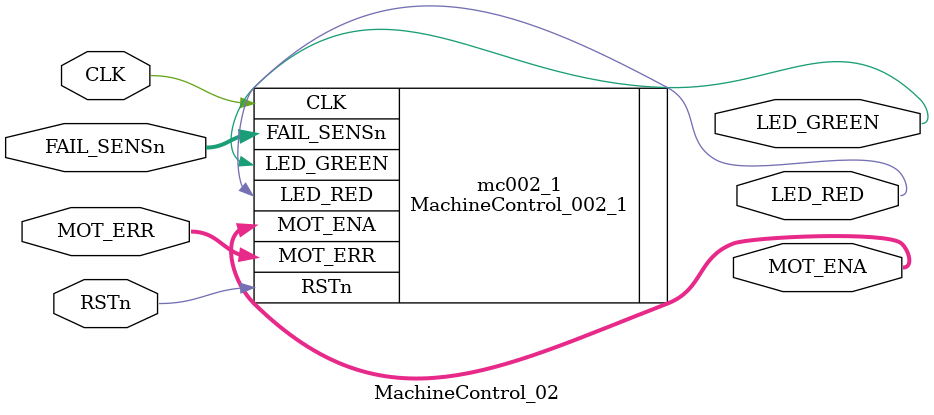
<source format=v>
module MachineControl_02
(
	input 		 CLK,
	input        RSTn,
	input  [4:0] MOT_ERR,
	input  [2:0] FAIL_SENSn,
	output [4:0] MOT_ENA,
	output 	    LED_GREEN,
	output 	    LED_RED
);

MachineControl_002_1   mc002_1
(
	.CLK				(CLK),
	.RSTn			   (RSTn),
	.MOT_ERR			(MOT_ERR),
	.FAIL_SENSn		(FAIL_SENSn),
	.MOT_ENA			(MOT_ENA),
	.LED_GREEN		(LED_GREEN),
	.LED_RED			(LED_RED)
);

endmodule 
</source>
